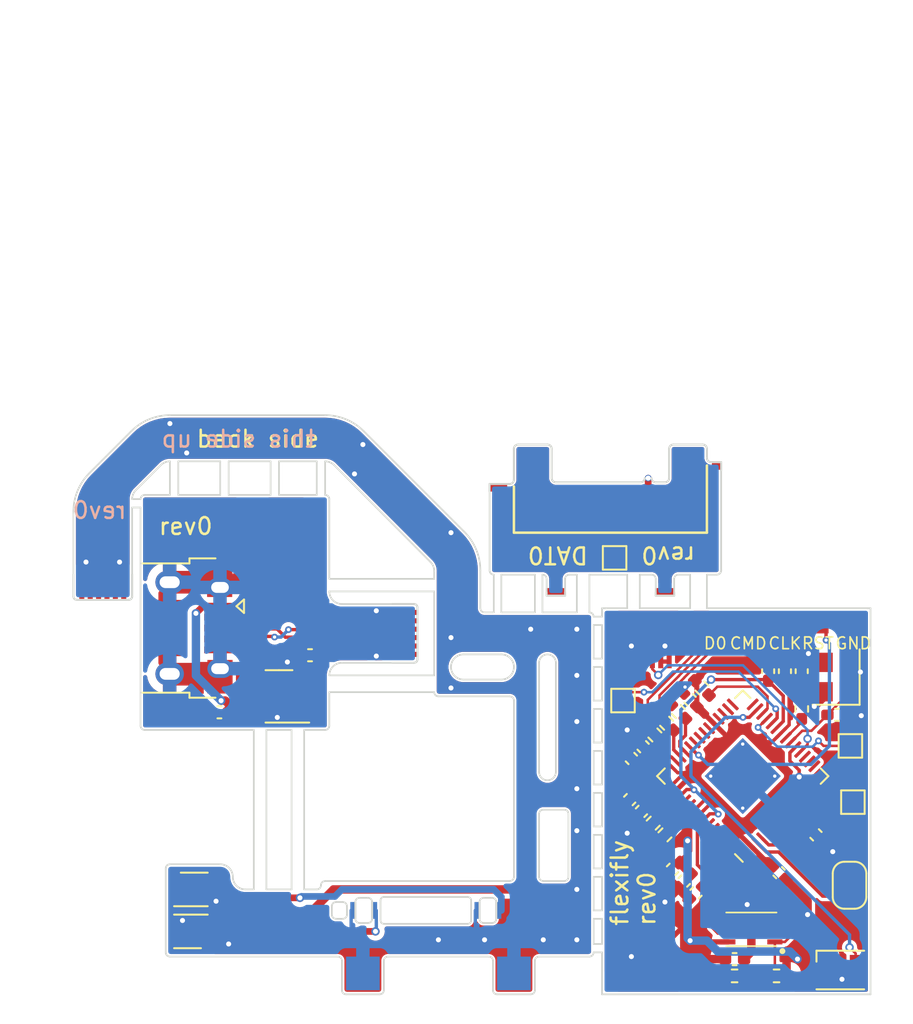
<source format=kicad_pcb>
(kicad_pcb (version 20221018) (generator pcbnew)

  (general
    (thickness 0.115)
  )

  (paper "A4")
  (layers
    (0 "F.Cu" signal)
    (31 "B.Cu" signal)
    (32 "B.Adhes" user "B.Adhesive")
    (33 "F.Adhes" user "F.Adhesive")
    (34 "B.Paste" user)
    (35 "F.Paste" user)
    (36 "B.SilkS" user "B.Silkscreen")
    (37 "F.SilkS" user "F.Silkscreen")
    (38 "B.Mask" user)
    (39 "F.Mask" user)
    (40 "Dwgs.User" user "User.Drawings")
    (41 "Cmts.User" user "User.Comments")
    (42 "Eco1.User" user "User.Eco1")
    (43 "Eco2.User" user "User.Eco2")
    (44 "Edge.Cuts" user)
    (45 "Margin" user)
    (46 "B.CrtYd" user "B.Courtyard")
    (47 "F.CrtYd" user "F.Courtyard")
    (48 "B.Fab" user)
    (49 "F.Fab" user)
    (50 "User.1" user)
    (51 "User.2" user)
    (52 "User.3" user)
    (53 "User.4" user)
    (54 "User.5" user)
    (55 "User.6" user)
    (56 "User.7" user)
    (57 "User.8" user)
    (58 "User.9" user)
  )

  (setup
    (stackup
      (layer "F.SilkS" (type "Top Silk Screen"))
      (layer "F.Paste" (type "Top Solder Paste"))
      (layer "F.Mask" (type "Top Solder Mask") (thickness 0.01))
      (layer "F.Cu" (type "copper") (thickness 0.035))
      (layer "dielectric 1" (type "core") (color "Polyimide") (thickness 0.025) (material "Polyimide") (epsilon_r 3.2) (loss_tangent 0.004))
      (layer "B.Cu" (type "copper") (thickness 0.035))
      (layer "B.Mask" (type "Bottom Solder Mask") (thickness 0.01))
      (layer "B.Paste" (type "Bottom Solder Paste"))
      (layer "B.SilkS" (type "Bottom Silk Screen"))
      (copper_finish "None")
      (dielectric_constraints no)
    )
    (pad_to_mask_clearance 0)
    (pcbplotparams
      (layerselection 0x00410fc_ffffffff)
      (plot_on_all_layers_selection 0x0000000_00000000)
      (disableapertmacros false)
      (usegerberextensions true)
      (usegerberattributes true)
      (usegerberadvancedattributes true)
      (creategerberjobfile true)
      (dashed_line_dash_ratio 12.000000)
      (dashed_line_gap_ratio 3.000000)
      (svgprecision 4)
      (plotframeref false)
      (viasonmask false)
      (mode 1)
      (useauxorigin false)
      (hpglpennumber 1)
      (hpglpenspeed 20)
      (hpglpendiameter 15.000000)
      (dxfpolygonmode true)
      (dxfimperialunits true)
      (dxfusepcbnewfont true)
      (psnegative false)
      (psa4output false)
      (plotreference true)
      (plotvalue true)
      (plotinvisibletext false)
      (sketchpadsonfab false)
      (subtractmaskfromsilk true)
      (outputformat 1)
      (mirror false)
      (drillshape 0)
      (scaleselection 1)
      (outputdirectory "production")
    )
  )

  (net 0 "")
  (net 1 "+3V3")
  (net 2 "GND")
  (net 3 "/XIN")
  (net 4 "Net-(C3-Pad2)")
  (net 5 "+1V1")
  (net 6 "GND1")
  (net 7 "VBUS")
  (net 8 "unconnected-(D1-DOUT-Pad2)")
  (net 9 "/STATUS_LED")
  (net 10 "Net-(J6-Pin_3)")
  (net 11 "GND2")
  (net 12 "/QSPI_~{CS}")
  (net 13 "/~{USB_BOOT}")
  (net 14 "/XOUT")
  (net 15 "/USB_DP")
  (net 16 "/DP")
  (net 17 "/NX_CLK")
  (net 18 "Net-(U1-GPIO27_ADC1)")
  (net 19 "/NX_CMD")
  (net 20 "Net-(U1-GPIO28_ADC2)")
  (net 21 "/NX_D0")
  (net 22 "Net-(U1-GPIO29_ADC3)")
  (net 23 "/RP2040_~{USB_BOOT}")
  (net 24 "/TRAINING_RESET_A")
  (net 25 "/TRAINING_RESET_B")
  (net 26 "unconnected-(U1-GPIO2-Pad4)")
  (net 27 "unconnected-(U1-GPIO3-Pad5)")
  (net 28 "unconnected-(U1-GPIO4-Pad6)")
  (net 29 "unconnected-(U1-GPIO5-Pad7)")
  (net 30 "unconnected-(U1-GPIO6-Pad8)")
  (net 31 "unconnected-(U1-GPIO7-Pad9)")
  (net 32 "unconnected-(U1-GPIO8-Pad11)")
  (net 33 "unconnected-(U1-GPIO9-Pad12)")
  (net 34 "unconnected-(U1-GPIO10-Pad13)")
  (net 35 "unconnected-(U1-GPIO11-Pad14)")
  (net 36 "unconnected-(U1-GPIO12-Pad15)")
  (net 37 "unconnected-(U1-GPIO13-Pad16)")
  (net 38 "unconnected-(U1-GPIO14-Pad17)")
  (net 39 "/NX_CPU")
  (net 40 "/SWCLK")
  (net 41 "/SWD")
  (net 42 "/RUN")
  (net 43 "unconnected-(U1-GPIO17-Pad28)")
  (net 44 "unconnected-(U1-GPIO18-Pad29)")
  (net 45 "unconnected-(U1-GPIO19-Pad30)")
  (net 46 "unconnected-(U1-GPIO20-Pad31)")
  (net 47 "unconnected-(U1-GPIO21-Pad32)")
  (net 48 "unconnected-(U1-GPIO22-Pad34)")
  (net 49 "unconnected-(U1-GPIO23-Pad35)")
  (net 50 "unconnected-(U1-GPIO24-Pad36)")
  (net 51 "unconnected-(U1-GPIO25-Pad37)")
  (net 52 "/NX_RST")
  (net 53 "/QSPI_SD3")
  (net 54 "/QSPI_CLK")
  (net 55 "/QSPI_SD0")
  (net 56 "/QSPI_SD2")
  (net 57 "/QSPI_SD1")
  (net 58 "/D+")
  (net 59 "/D-")
  (net 60 "Net-(C16-Pad1)")
  (net 61 "Net-(C15-Pad1)")
  (net 62 "/DAT0")
  (net 63 "unconnected-(J3-ID-Pad4)")
  (net 64 "/USB_DN")
  (net 65 "/DN")

  (footprint "Resistor_SMD:R_0402_1005Metric_Pad0.72x0.64mm_HandSolder" (layer "F.Cu") (at 131.8 63.65 -45))

  (footprint "flexifly:FPC_1x06_P0.50mm" (layer "F.Cu") (at 97.5 56.25 180))

  (footprint "flexifly:FPC_1x06_P0.50mm" (layer "F.Cu") (at 115.5 59 -90))

  (footprint "Capacitor_SMD:C_0402_1005Metric_Pad0.74x0.62mm_HandSolder" (layer "F.Cu") (at 132.85 74.45 45))

  (footprint "Capacitor_SMD:C_0402_1005Metric_Pad0.74x0.62mm_HandSolder" (layer "F.Cu") (at 138.15 61.25 -90))

  (footprint "Resistor_SMD:R_0402_1005Metric_Pad0.72x0.64mm_HandSolder" (layer "F.Cu") (at 130.3 70.3 -135))

  (footprint "Capacitor_SMD:C_0402_1005Metric_Pad0.74x0.62mm_HandSolder" (layer "F.Cu") (at 104.45 63.7 180))

  (footprint "TestPoint:TestPoint_Pad_1.0x1.0mm" (layer "F.Cu") (at 142.05 65.7))

  (footprint "TestPoint:TestPoint_Pad_1.0x1.0mm" (layer "F.Cu") (at 136.25 58.5))

  (footprint "Package_TO_SOT_SMD:SOT-23-3" (layer "F.Cu") (at 108 62.75 180))

  (footprint "Resistor_SMD:R_0402_1005Metric_Pad0.72x0.64mm_HandSolder" (layer "F.Cu") (at 130.4 65.05 -45))

  (footprint "flexifly:dat0_adapter" (layer "F.Cu") (at 127.75 50 180))

  (footprint "flexifly:MicroFET_2x2" (layer "F.Cu") (at 102.75 74.25 -90))

  (footprint "TestPoint:TestPoint_Pad_1.0x1.0mm" (layer "F.Cu") (at 142.25 58.5))

  (footprint "flexifly:HCTL_HC-FPC-05-09-6RLTAG_1x06-1MP_P0.50mm_Horizontal" (layer "F.Cu") (at 130 57.775 180))

  (footprint "Crystal:Crystal_SMD_2520-4Pin_2.5x2.0mm" (layer "F.Cu") (at 141.2 61.6 90))

  (footprint "Capacitor_SMD:C_0402_1005Metric_Pad0.74x0.62mm_HandSolder" (layer "F.Cu") (at 131.45 73.05 45))

  (footprint "Capacitor_SMD:C_0402_1005Metric_Pad0.74x0.62mm_HandSolder" (layer "F.Cu") (at 140 71 135))

  (footprint "Capacitor_SMD:C_0402_1005Metric_Pad0.74x0.62mm_HandSolder" (layer "F.Cu") (at 139.15 61.25 -90))

  (footprint "Capacitor_SMD:C_0402_1005Metric_Pad0.74x0.62mm_HandSolder" (layer "F.Cu") (at 141.25 63.85 180))

  (footprint "TestPoint:TestPoint_Pad_1.0x1.0mm" (layer "F.Cu") (at 128.5 63))

  (footprint "flexifly:MicroFET_2x2" (layer "F.Cu") (at 102.75 76.75 90))

  (footprint "Resistor_SMD:R_0402_1005Metric_Pad0.72x0.64mm_HandSolder" (layer "F.Cu") (at 133.2 62.25 -45))

  (footprint "flexifly:Conn_BGA_shim" (layer "F.Cu") (at 130 49.75 180))

  (footprint "flexifly:HCTL_HC-FPC-05-09-6RLTAG_1x06-1MP_P0.50mm_Horizontal" (layer "F.Cu") (at 130 80.2))

  (footprint "Resistor_SMD:R_0402_1005Metric_Pad0.72x0.64mm_HandSolder" (layer "F.Cu") (at 137.65 79.4 180))

  (footprint "Resistor_SMD:R_0402_1005Metric_Pad0.72x0.64mm_HandSolder" (layer "F.Cu") (at 131.1 64.35 -45))

  (footprint "Capacitor_SMD:C_0402_1005Metric_Pad0.74x0.62mm_HandSolder" (layer "F.Cu") (at 129 66.45 -45))

  (footprint "flexifly:W25QxxxxUXxx" (layer "F.Cu") (at 136.15 76.625))

  (footprint "Capacitor_SMD:C_0402_1005Metric_Pad0.74x0.62mm_HandSolder" (layer "F.Cu") (at 137.8 73.25 135))

  (footprint "TestPoint:TestPoint_Pad_1.0x1.0mm" (layer "F.Cu") (at 140.25 58.5))

  (footprint "Capacitor_SMD:C_0402_1005Metric_Pad0.74x0.62mm_HandSolder" (layer "F.Cu") (at 137.15 61.25 -90))

  (footprint "Jumper:SolderJumper-2_P1.3mm_Open_RoundedPad1.0x1.5mm" (layer "F.Cu") (at 142 74 -90))

  (footprint "LED_SMD:LED_WS2812B-2020_PLCC4_2.0x2.0mm" (layer "F.Cu") (at 141.45 79.05))

  (footprint "Capacitor_SMD:C_0402_1005Metric_Pad0.74x0.62mm_HandSolder" (layer "F.Cu") (at 135.15 78.4))

  (footprint "Package_DFN_QFN:QFN-56-1EP_7x7mm_P0.4mm_EP3.2x3.2mm_ThermalVias" (layer "F.Cu") (at 135.634996 67.5 135))

  (footprint "Resistor_SMD:R_0402_1005Metric_Pad0.72x0.64mm_HandSolder" (layer "F.Cu") (at 131 71 45))

  (footprint "flexifly:SW_SPST_XKB_1187A-B-A-B" (layer "F.Cu") (at 108.3 54.5 90))

  (footprint "Resistor_SMD:R_0402_1005Metric_Pad0.72x0.64mm_HandSolder" (layer "F.Cu") (at 135.15 79.4))

  (footprint "Capacitor_SMD:C_0402_1005Metric_Pad0.74x0.62mm_HandSolder" (layer "F.Cu") (at 132.15 73.75 45))

  (footprint "Capacitor_SMD:C_0402_1005Metric_Pad0.74x0.62mm_HandSolder" (layer "F.Cu") (at 109.85 60.3))

  (footprint "TestPoint:TestPoint_Pad_1.0x1.0mm" (layer "F.Cu") (at 128 54.5 180))

  (footprint "Capacitor_SMD:C_0402_1005Metric_Pad0.74x0.62mm_HandSolder" (layer "F.Cu") (at 132.5 62.95 -45))

  (footprint "Capacitor_SMD:C_0402_1005Metric_Pad0.74x0.62mm_HandSolder" (layer "F.Cu") (at 128.9 68.9 -135))

  (footprint "TestPoint:TestPoint_Pad_1.0x1.0mm" (layer "F.Cu") (at 134.25 58.5))

  (footprint "TestPoint:TestPoint_Pad_1.0x1.0mm" (layer "F.Cu") (at 142.2 69.05))

  (footprint "Connector_USB:USB_Micro-B_Amphenol_10103594-0001LF_Horizontal" (layer "F.Cu") (at 102.6 58.705 -90))

  (footprint "Capacitor_SMD:C_0402_1005Metric_Pad0.74x0.62mm_HandSolder" (layer "F.Cu") (at 129.7 65.75 -45))

  (footprint "Capacitor_SMD:C_0402_1005Metric_Pad0.74x0.62mm_HandSolder" (layer "F.Cu") (at 129.6 69.6 45))

  (footprint "Resistor_SMD:R_0402_1005Metric_Pad0.72x0.64mm_HandSolder" (layer "F.Cu") (at 139.15 63.5 -90))

  (footprint "TestPoint:TestPoint_Pad_1.0x1.0mm" (layer "F.Cu") (at 138.25 58.5))

  (footprint "TestPoint:TestPoint_Pad_2.0x2.0mm" (layer "B.Cu") (at 122 79.25 180))

  (footprint "flexifly:APU_package_cap_conn" (layer "B.Cu") (at 120.45 75.5 180))

  (footprint "flexifly:APU_package_cap_conn" (layer "B.Cu") (at 113.05 75.5 180))

  (footprint "TestPoint:TestPoint_Pad_2.0x2.0mm" (layer "B.Cu") (at 113 79.25 180))

  (gr_line (start 133.5 53) (end 133.5 49)
    (stroke (width 0.15) (type default)) (layer "F.SilkS") (tstamp 04662133-95eb-4096-aa38-cdf10d035cb8))
  (gr_line (start 122 53) (end 122 50.25)
    (stroke (width 0.15) (type default)) (layer "F.SilkS") (tstamp 256f6201-fb1b-4549-ba32-3adc6f66c515))
  (gr_line (start 122 53) (end 133.5 53)
    (stroke (width 0.15) (type default)) (layer "F.SilkS") (tstamp 43349124-7ff6-4802-9df8-69db4049e394))
  (gr_arc (start 126.75 78) (mid 126.676777 78.176777) (end 126.5 78.25)
    (stroke (width 0.1) (type default)) (layer "Edge.Cuts") (tstamp 01fb6957-3a73-406a-90f5-d1fe66c85df7))
  (gr_line (start 122 63) (end 122 73.5)
    (stroke (width 0.1) (type default)) (layer "Edge.Cuts") (tstamp 029d9569-35fd-4c05-a8c3-a1dcba30abd4))
  (gr_line (start 101.5 50.75) (end 101.5 48.75)
    (stroke (width 0.1) (type default)) (layer "Edge.Cuts") (tstamp 02d24579-df76-44b9-bf58-4296dea4f883))
  (gr_line (start 127.25 77.5) (end 127.25 76)
    (stroke (width 0.1) (type default)) (layer "Edge.Cuts") (tstamp 0313cbcc-e3f7-49e7-91e4-eb520f5b27f2))
  (gr_line (start 127.25 66) (end 127.25 68)
    (stroke (width 0.1) (type default)) (layer "Edge.Cuts") (tstamp 03802fe1-16b1-4ba1-b42d-dfd46bb7122c))
  (gr_line (start 120.55 50.545) (end 120.55 55.25)
    (stroke (width 0.1) (type default)) (layer "Edge.Cuts") (tstamp 03b4ed2d-7287-445a-a934-70c10d0e2f30))
  (gr_line (start 127.5 57.5) (end 127.25 57.5)
    (stroke (width 0.1) (type default)) (layer "Edge.Cuts") (tstamp 04196716-a65e-4e37-8e49-b8eb3504b918))
  (gr_arc (start 104.5 72.75) (mid 105.03033 72.96967) (end 105.25 73.5)
    (stroke (width 0.1) (type default)) (layer "Edge.Cuts") (tstamp 04b1c7d1-a70f-4618-abe0-cc2c003db4f7))
  (gr_line (start 104.5 50.75) (end 102 50.75)
    (stroke (width 0.1) (type default)) (layer "Edge.Cuts") (tstamp 0503d81f-8a1a-4732-8a17-df892342b618))
  (gr_arc (start 100.96967 48.96967) (mid 101.212987 48.80709) (end 101.5 48.75)
    (stroke (width 0.1) (type default)) (layer "Edge.Cuts") (tstamp 061e6c00-d709-4543-8808-f16f0560dc62))
  (gr_line (start 120.2 76.25) (end 120.7 76.25)
    (stroke (width 0.1) (type default)) (layer "Edge.Cuts") (tstamp 06280301-19b2-49ea-a222-fd919d08ad07))
  (gr_arc (start 106 74.25) (mid 105.46967 74.03033) (end 105.25 73.5)
    (stroke (width 0.1) (type default)) (layer "Edge.Cuts") (tstamp 088e3299-4faf-442e-a688-83f90bb9fd51))
  (gr_line (start 101.5 78.25) (end 111.5 78.25)
    (stroke (width 0.1) (type default)) (layer "Edge.Cuts") (tstamp 08efc39d-5fc1-4781-a521-a0b67b596400))
  (gr_line (start 129.5 55.5) (end 129.5 57.5)
    (stroke (width 0.1) (type default)) (layer "Edge.Cuts") (tstamp 09005279-9997-4482-ae7f-b890508bef77))
  (gr_line (start 127.25 70.5) (end 126.75 70.5)
    (stroke (width 0.1) (type default)) (layer "Edge.Cuts") (tstamp 0b1fa292-6df6-4502-8a39-99928d48b8e7))
  (gr_line (start 108.75 74.25) (end 108.75 64.75)
    (stroke (width 0.1) (type default)) (layer "Edge.Cuts") (tstamp 0c97f504-9b3f-4b26-9c96-b12cb49d9950))
  (gr_line (start 117.25 61.5) (end 117.25 56.5)
    (stroke (width 0.1) (type default)) (layer "Edge.Cuts") (tstamp 0e1905a0-986b-43ec-a9e2-5e265fe2e36c))
  (gr_line (start 130.2 55.5) (end 129.5 55.5)
    (stroke (width 0.1) (type default)) (layer "Edge.Cuts") (tstamp 0fd25c95-723b-401e-85fd-28445b468550))
  (gr_line (start 107.5 50.75) (end 105 50.75)
    (stroke (width 0.1) (type default)) (layer "Edge.Cuts") (tstamp 0ff35195-39c7-4857-bb27-1eb6f904cf99))
  (gr_line (start 107.25 64.75) (end 107.25 74.25)
    (stroke (width 0.1) (type default)) (layer "Edge.Cuts") (tstamp 13f8afdb-cdf6-4c4b-b8c1-f238f281d8ee))
  (gr_line (start 133.5 55.5) (end 133.5 57.5)
    (stroke (width 0.1) (type default)) (layer "Edge.Cuts") (tstamp 14b0d5b3-dfe2-4d2e-b7d0-161a05a78024))
  (gr_line (start 127.25 68) (end 126.75 68)
    (stroke (width 0.1) (type default)) (layer "Edge.Cuts") (tstamp 152d7fd2-aa2f-4b78-9526-58264324c450))
  (gr_arc (start 110.5 74) (mid 110.573223 73.823223) (end 110.75 73.75)
    (stroke (width 0.1) (type default)) (layer "Edge.Cuts") (tstamp 177d2c43-209d-430e-86b8-a714d5d24a63))
  (gr_line (start 133.5 57.5) (end 143.25 57.5)
    (stroke (width 0.1) (type default)) (layer "Edge.Cuts") (tstamp 17a63d4d-375d-4315-a653-faaad726b317))
  (gr_line (start 121.25 61.75) (end 119 61.75)
    (stroke (width 0.1) (type default)) (layer "Edge.Cuts") (tstamp 182b2fcd-d8ca-4ca7-bbfb-e29a0b8caee4))
  (gr_arc (start 112 80.5) (mid 111.823223 80.426777) (end 111.75 80.25)
    (stroke (width 0.1) (type default)) (layer "Edge.Cuts") (tstamp 18ee3928-3a3b-4129-bce9-71c9a65c710f))
  (gr_line (start 117.25 55.75) (end 117.25 55.28033)
    (stroke (width 0.1) (type default)) (layer "Edge.Cuts") (tstamp 1df645f4-78be-4f11-a4e1-8e58d342ceb6))
  (gr_arc (start 120.25 57.75) (mid 120.073223 57.676777) (end 120 57.5)
    (stroke (width 0.1) (type default)) (layer "Edge.Cuts") (tstamp 1e1c05d1-3d50-4371-99c5-b67dde597f8b))
  (gr_arc (start 110.75 46) (mid 111.993721 46.247392) (end 113.048097 46.951903)
    (stroke (width 0.1) (type default)) (layer "Edge.Cuts") (tstamp 225b6a35-68fb-43ff-b11f-c5168c198b1d))
  (gr_line (start 99.75 64.5) (end 99.75 51.5)
    (stroke (width 0.1) (type default)) (layer "Edge.Cuts") (tstamp 22ecc875-7178-4a9c-b8b7-6e38fc8ffc67))
  (gr_line (start 129.5 57.5) (end 132.5 57.5)
    (stroke (width 0.1) (type default)) (layer "Edge.Cuts") (tstamp 238d1a62-af24-4d6b-97d9-ceb445ddc951))
  (gr_arc (start 112.05 75.75) (mid 111.976777 75.926777) (end 111.8 76)
    (stroke (width 0.1) (type default)) (layer "Edge.Cuts") (tstamp 23d5d007-61dd-44f1-ad02-5151ccd01b53))
  (gr_arc (start 126.5 57.75) (mid 126.676777 57.823223) (end 126.75 58)
    (stroke (width 0.1) (type default)) (layer "Edge.Cuts") (tstamp 2519f8b0-778b-4a4b-9ef1-803b8861586f))
  (gr_line (start 127.25 58) (end 126.75 58)
    (stroke (width 0.1) (type default)) (layer "Edge.Cuts") (tstamp 265ccb79-337a-41d9-a1bb-1865747f2c15))
  (gr_arc (start 101.5 78.25) (mid 101.323223 78.176777) (end 101.25 78)
    (stroke (width 0.1) (type default)) (layer "Edge.Cuts") (tstamp 2716a0d6-b46b-4010-be1b-176304559943))
  (gr_line (start 123.95 56.545) (end 123.95 55.75)
    (stroke (width 0.1) (type default)) (layer "Edge.Cuts") (tstamp 276830f1-ab9f
... [347940 chars truncated]
</source>
